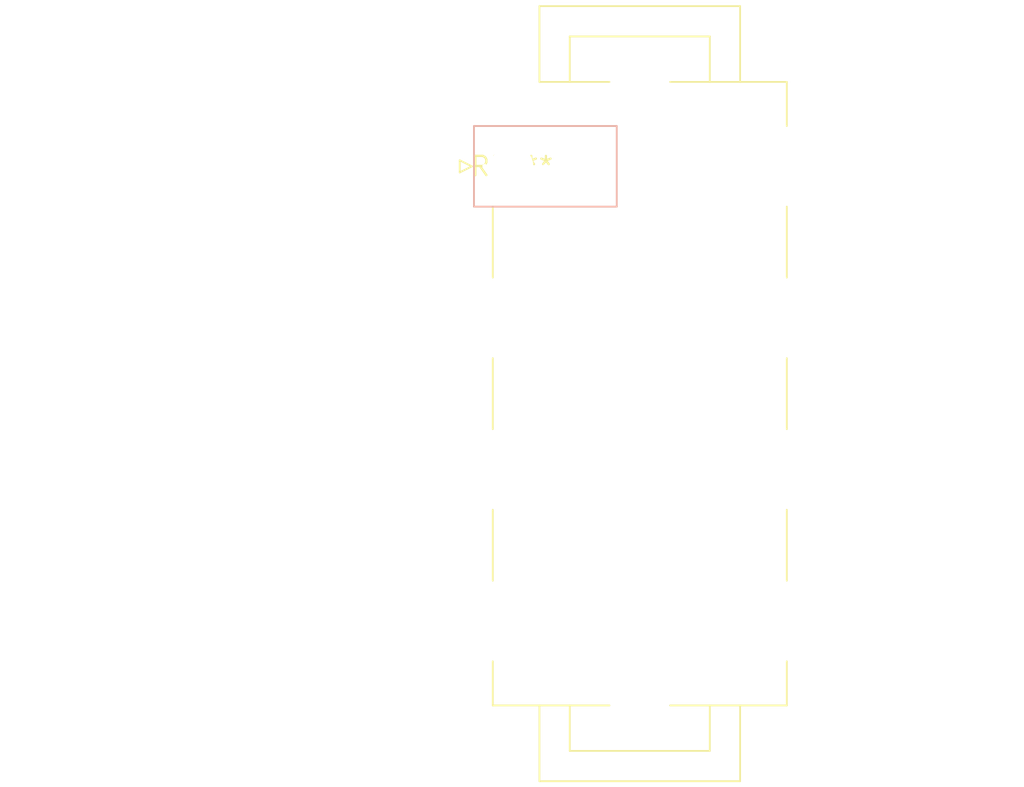
<source format=kicad_pcb>
(kicad_pcb (version 20240108) (generator pcbnew)
  (layers (0 "F.Cu" signal) (31 "B.Cu" signal) (34 "B.Paste" user) (35 "F.Paste" user) (36 "B.SilkS" user "B.Silkscreen") (37 "F.SilkS" user "F.Silkscreen") (38 "B.Mask" user) (39 "F.Mask" user) (44 "Edge.Cuts" user))
  (net 0 "")
  (footprint "Molex_Mini-Fit_Sr_43915-xx08_2x04_P10.00mm_Vertical_ThermalVias" (layer "F.Cu") (at 0 0)
    (property "Reference" "REF**")
    (property "Value" "Molex_Mini-Fit_Sr_43915-xx08_2x04_P10.00mm_Vertical_ThermalVias")
    (fp_line (start -2.51 -2.66) (end -2.51 2.66) (layer "B.SilkS") (stroke (width 0.12)))
    (fp_line (start -2.51 2.66) (end 6.91 2.66) (layer "B.SilkS") (stroke (width 0.12)))
    (fp_line (start 6.91 -2.66) (end -2.51 -2.66) (layer "B.SilkS") (stroke (width 0.12)))
    (fp_line (start 6.91 2.66) (end 6.91 -2.66) (layer "B.SilkS") (stroke (width 0.12)))
    (fp_line (start -3.45 -0.4) (end -3.45 0.4) (layer "F.SilkS") (stroke (width 0.12)))
    (fp_line (start -3.45 0.4) (end -2.65 0) (layer "F.SilkS") (stroke (width 0.12)))
    (fp_line (start -2.65 0) (end -3.45 -0.4) (layer "F.SilkS") (stroke (width 0.12)))
    (fp_line (start -1.27 2.66) (end -1.27 7.34) (layer "F.SilkS") (stroke (width 0.12)))
    (fp_line (start -1.27 12.66) (end -1.27 17.34) (layer "F.SilkS") (stroke (width 0.12)))
    (fp_line (start -1.27 22.66) (end -1.27 27.34) (layer "F.SilkS") (stroke (width 0.12)))
    (fp_line (start -1.27 32.66) (end -1.27 35.57) (layer "F.SilkS") (stroke (width 0.12)))
    (fp_line (start -1.27 35.57) (end 6.43 35.57) (layer "F.SilkS") (stroke (width 0.12)))
    (fp_line (start 1.81 -10.57) (end 15.05 -10.57) (layer "F.SilkS") (stroke (width 0.12)))
    (fp_line (start 1.81 -5.57) (end 1.81 -10.57) (layer "F.SilkS") (stroke (width 0.12)))
    (fp_line (start 1.81 35.57) (end 1.81 40.57) (layer "F.SilkS") (stroke (width 0.12)))
    (fp_line (start 1.81 40.57) (end 15.05 40.57) (layer "F.SilkS") (stroke (width 0.12)))
    (fp_line (start 3.81 -8.57) (end 13.05 -8.57) (layer "F.SilkS") (stroke (width 0.12)))
    (fp_line (start 3.81 -5.57) (end 3.81 -8.57) (layer "F.SilkS") (stroke (width 0.12)))
    (fp_line (start 3.81 35.57) (end 3.81 38.57) (layer "F.SilkS") (stroke (width 0.12)))
    (fp_line (start 3.81 38.57) (end 13.05 38.57) (layer "F.SilkS") (stroke (width 0.12)))
    (fp_line (start 6.43 -5.57) (end 1.81 -5.57) (layer "F.SilkS") (stroke (width 0.12)))
    (fp_line (start 13.05 -8.57) (end 13.05 -5.57) (layer "F.SilkS") (stroke (width 0.12)))
    (fp_line (start 13.05 38.57) (end 13.05 35.57) (layer "F.SilkS") (stroke (width 0.12)))
    (fp_line (start 15.05 -10.57) (end 15.05 -5.57) (layer "F.SilkS") (stroke (width 0.12)))
    (fp_line (start 15.05 40.57) (end 15.05 35.57) (layer "F.SilkS") (stroke (width 0.12)))
    (fp_line (start 18.13 -5.57) (end 10.43 -5.57) (layer "F.SilkS") (stroke (width 0.12)))
    (fp_line (start 18.13 -2.66) (end 18.13 -5.57) (layer "F.SilkS") (stroke (width 0.12)))
    (fp_line (start 18.13 2.66) (end 18.13 7.34) (layer "F.SilkS") (stroke (width 0.12)))
    (fp_line (start 18.13 12.66) (end 18.13 17.34) (layer "F.SilkS") (stroke (width 0.12)))
    (fp_line (start 18.13 22.66) (end 18.13 27.34) (layer "F.SilkS") (stroke (width 0.12)))
    (fp_line (start 18.13 32.66) (end 18.13 35.57) (layer "F.SilkS") (stroke (width 0.12)))
    (fp_line (start 18.13 35.57) (end 10.43 35.57) (layer "F.SilkS") (stroke (width 0.12)))
    (pad "" thru_hole circle (at 8.43 -5.705) (size 3.5 3.5) (drill 3) (layers *.Cu *.Mask) (remove_unused_layers))
    (pad "" np_thru_hole circle (at 8.43 5) (size 3 3) (drill 3) (layers *.Cu *.Mask))
    (pad "" thru_hole circle (at 8.43 35.705) (size 3.5 3.5) (drill 3) (layers *.Cu *.Mask) (remove_unused_layers))
    (pad "1" thru_hole roundrect (at -1.8 -1.95) (size 0.6 0.6) (drill 0.3) (layers *.Cu *.Mask) (remove_unused_layers))
    (pad "1" thru_hole roundrect (at -1.8 0) (size 0.6 0.6) (drill 0.3) (layers *.Cu *.Mask) (remove_unused_layers))
    (pad "1" thru_hole roundrect (at -1.8 1.95) (size 0.6 0.6) (drill 0.3) (layers *.Cu *.Mask) (remove_unused_layers))
    (pad "1" thru_hole rect (at 0 0) (size 4.5 4.8) (drill 2.8) (layers *.Cu *.Mask) (remove_unused_layers))
    (pad "1" thru_hole roundrect (at 0.2 -1.95) (size 0.6 0.6) (drill 0.3) (layers *.Cu *.Mask) (remove_unused_layers))
    (pad "1" thru_hole roundrect (at 0.2 1.95) (size 0.6 0.6) (drill 0.3) (layers *.Cu *.Mask) (remove_unused_layers))
    (pad "1" thru_hole roundrect (at 2.2 -1.95) (size 0.6 0.6) (drill 0.3) (layers *.Cu *.Mask) (remove_unused_layers))
    (pad "1" thru_hole roundrect (at 2.2 0) (size 0.6 0.6) (drill 0.3) (layers *.Cu *.Mask) (remove_unused_layers))
    (pad "1" thru_hole roundrect (at 2.2 1.95) (size 0.6 0.6) (drill 0.3) (layers *.Cu *.Mask) (remove_unused_layers))
    (pad "1" thru_hole roundrect (at 4.2 -1.95) (size 0.6 0.6) (drill 0.3) (layers *.Cu *.Mask) (remove_unused_layers))
    (pad "1" thru_hole roundrect (at 4.2 1.95) (size 0.6 0.6) (drill 0.3) (layers *.Cu *.Mask) (remove_unused_layers))
    (pad "1" thru_hole rect (at 4.4 0) (size 4.5 4.8) (drill 2.8) (layers *.Cu *.Mask) (remove_unused_layers))
    (pad "1" thru_hole roundrect (at 6.2 -1.95) (size 0.6 0.6) (drill 0.3) (layers *.Cu *.Mask) (remove_unused_layers))
    (pad "1" thru_hole roundrect (at 6.2 0) (size 0.6 0.6) (drill 0.3) (layers *.Cu *.Mask) (remove_unused_layers))
    (pad "1" thru_hole roundrect (at 6.2 1.95) (size 0.6 0.6) (drill 0.3) (layers *.Cu *.Mask) (remove_unused_layers))
    (pad "2" thru_hole circle (at -1.8 8.05) (size 0.6 0.6) (drill 0.3) (layers *.Cu *.Mask) (remove_unused_layers))
    (pad "2" thru_hole circle (at -1.8 10) (size 0.6 0.6) (drill 0.3) (layers *.Cu *.Mask) (remove_unused_layers))
    (pad "2" thru_hole circle (at -1.8 11.95) (size 0.6 0.6) (drill 0.3) (layers *.Cu *.Mask) (remove_unused_layers))
    (pad "2" thru_hole rect (at 0 10) (size 4.5 4.8) (drill 2.8) (layers *.Cu *.Mask) (remove_unused_layers))
    (pad "2" thru_hole circle (at 0.2 8.05) (size 0.6 0.6) (drill 0.3) (layers *.Cu *.Mask) (remove_unused_layers))
    (pad "2" thru_hole circle (at 0.2 11.95) (size 0.6 0.6) (drill 0.3) (layers *.Cu *.Mask) (remove_unused_layers))
    (pad "2" thru_hole circle (at 2.2 8.05) (size 0.6 0.6) (drill 0.3) (layers *.Cu *.Mask) (remove_unused_layers))
    (pad "2" thru_hole circle (at 2.2 10) (size 0.6 0.6) (drill 0.3) (layers *.Cu *.Mask) (remove_unused_layers))
    (pad "2" thru_hole circle (at 2.2 11.95) (size 0.6 0.6) (drill 0.3) (layers *.Cu *.Mask) (remove_unused_layers))
    (pad "2" thru_hole circle (at 4.2 8.05) (size 0.6 0.6) (drill 0.3) (layers *.Cu *.Mask) (remove_unused_layers))
    (pad "2" thru_hole circle (at 4.2 11.95) (size 0.6 0.6) (drill 0.3) (layers *.Cu *.Mask) (remove_unused_layers))
    (pad "2" thru_hole rect (at 4.4 10) (size 4.5 4.8) (drill 2.8) (layers *.Cu *.Mask) (remove_unused_layers))
    (pad "2" thru_hole circle (at 6.2 8.05) (size 0.6 0.6) (drill 0.3) (layers *.Cu *.Mask) (remove_unused_layers))
    (pad "2" thru_hole circle (at 6.2 10) (size 0.6 0.6) (drill 0.3) (layers *.Cu *.Mask) (remove_unused_layers))
    (pad "2" thru_hole circle (at 6.2 11.95) (size 0.6 0.6) (drill 0.3) (layers *.Cu *.Mask) (remove_unused_layers))
    (pad "3" thru_hole circle (at -1.8 18.05) (size 0.6 0.6) (drill 0.3) (layers *.Cu *.Mask) (remove_unused_layers))
    (pad "3" thru_hole circle (at -1.8 20) (size 0.6 0.6) (drill 0.3) (layers *.Cu *.Mask) (remove_unused_layers))
    (pad "3" thru_hole circle (at -1.8 21.95) (size 0.6 0.6) (drill 0.3) (layers *.Cu *.Mask) (remove_unused_layers))
    (pad "3" thru_hole rect (at 0 20) (size 4.5 4.8) (drill 2.8) (layers *.Cu *.Mask) (remove_unused_layers))
    (pad "3" thru_hole circle (at 0.2 18.05) (size 0.6 0.6) (drill 0.3) (layers *.Cu *.Mask) (remove_unused_layers))
    (pad "3" thru_hole circle (at 0.2 21.95) (size 0.6 0.6) (drill 0.3) (layers *.Cu *.Mask) (remove_unused_layers))
    (pad "3" thru_hole circle (at 2.2 18.05) (size 0.6 0.6) (drill 0.3) (layers *.Cu *.Mask) (remove_unused_layers))
    (pad "3" thru_hole circle (at 2.2 20) (size 0.6 0.6) (drill 0.3) (layers *.Cu *.Mask) (remove_unused_layers))
    (pad "3" thru_hole circle (at 2.2 21.95) (size 0.6 0.6) (drill 0.3) (layers *.Cu *.Mask) (remove_unused_layers))
    (pad "3" thru_hole circle (at 4.2 18.05) (size 0.6 0.6) (drill 0.3) (layers *.Cu *.Mask) (remove_unused_layers))
    (pad "3" thru_hole circle (at 4.2 21.95) (size 0.6 0.6) (drill 0.3) (layers *.Cu *.Mask) (remove_unused_layers))
    (pad "3" thru_hole rect (at 4.4 20) (size 4.5 4.8) (drill 2.8) (layers *.Cu *.Mask) (remove_unused_layers))
    (pad "3" thru_hole circle (at 6.2 18.05) (size 0.6 0.6) (drill 0.3) (layers *.Cu *.Mask) (remove_unused_layers))
    (pad "3" thru_hole circle (at 6.2 20) (size 0.6 0.6) (drill 0.3) (layers *.Cu *.Mask) (remove_unused_layers))
    (pad "3" thru_hole circle (at 6.2 21.95) (size 0.6 0.6) (drill 0.3) (layers *.Cu *.Mask) (remove_unused_layers))
    (pad "4" thru_hole circle (at -1.8 28.05) (size 0.6 0.6) (drill 0.3) (layers *.Cu *.Mask) (remove_unused_layers))
    (pad "4" thru_hole circle (at -1.8 30) (size 0.6 0.6) (drill 0.3) (layers *.Cu *.Mask) (remove_unused_layers))
    (pad "4" thru_hole circle (at -1.8 31.95) (size 0.6 0.6) (drill 0.3) (layers *.Cu *.Mask) (remove_unused_layers))
    (pad "4" thru_hole rect (at 0 30) (size 4.5 4.8) (drill 2.8) (layers *.Cu *.Mask) (remove_unused_layers))
    (pad "4" thru_hole circle (at 0.2 28.05) (size 0.6 0.6) (drill 0.3) (layers *.Cu *.Mask) (remove_unused_layers))
    (pad "4" thru_hole circle (at 0.2 31.95) (size 0.6 0.6) (drill 0.3) (layers *.Cu *.Mask) (remove_unused_layers))
    (pad "4" thru_hole circle (at 2.2 28.05) (size 0.6 0.6) (drill 0.3) (layers *.Cu *.Mask) (remove_unused_layers))
    (pad "4" thru_hole circle (at 2.2 30) (size 0.6 0.6) (drill 0.3) (layers *.Cu *.Mask) (remove_unused_layers))
    (pad "4" thru_hole circle (at 2.2 31.95) (size 0.6 0.6) (drill 0.3) (layers *.Cu *.Mask) (remove_unused_layers))
    (pad "4" thru_hole circle (at 4.2 28.05) (size 0.6 0.6) (drill 0.3) (layers *.Cu *.Mask) (remove_unused_layers))
    (pad "4" thru_hole circle (at 4.2 31.95) (size 0.6 0.6) (drill 0.3) (layers *.Cu *.Mask) (remove_unused_layers))
    (pad "4" thru_hole rect (at 4.4 30) (size 4.5 4.8) (drill 2.8) (layers *.Cu *.Mask) (remove_unused_layers))
    (pad "4" thru_hole circle (at 6.2 28.05) (size 0.6 0.6) (drill 0.3) (layers *.Cu *.Mask) (remove_unused_layers))
    (pad "4" thru_hole circle (at 6.2 30) (size 0.6 0.6) (drill 0.3) (layers *.Cu *.Mask) (remove_unused_layers))
    (pad "4" thru_hole circle (at 6.2 31.95) (size 0.6 0.6) (drill 0.3) (layers *.Cu *.Mask) (remove_unused_layers))
    (pad "5" thru_hole circle (at 10.66 -1.95) (size 0.6 0.6) (drill 0.3) (layers *.Cu *.Mask) (remove_unused_layers))
    (pad "5" thru_hole circle (at 10.66 0) (size 0.6 0.6) (drill 0.3) (layers *.Cu *.Mask) (remove_unused_layers))
    (pad "5" thru_hole circle (at 10.66 1.95) (size 0.6 0.6) (drill 0.3) (layers *.Cu *.Mask) (remove_unused_layers))
    (pad "5" thru_hole rect (at 12.46 0) (size 4.5 4.8) (drill 2.8) (layers *.Cu *.Mask) (remove_unused_layers))
    (pad "5" thru_hole circle (at 12.66 -1.95) (size 0.6 0.6) (drill 0.3) (layers *.Cu *.Mask) (remove_unused_layers))
    (pad "5" thru_hole circle (at 12.66 1.95) (size 0.6 0.6) (drill 0.3) (layers *.Cu *.Mask) (remove_unused_layers))
    (pad "5" thru_hole circle (at 14.66 -1.95) (size 0.6 0.6) (drill 0.3) (layers *.Cu *.Mask) (remove_unused_layers))
    (pad "5" thru_hole circle (at 14.66 0) (size 0.6 0.6) (drill 0.3) (layers *.Cu *.Mask) (remove_unused_layers))
    (pad "5" thru_hole circle (at 14.66 1.95) (size 0.6 0.6) (drill 0.3) (layers *.Cu *.Mask) (remove_unused_layers))
    (pad "5" thru_hole circle (at 16.66 -1.95) (size 0.6 0.6) (drill 0.3) (layers *.Cu *.Mask) (remove_unused_layers))
    (pad "5" thru_hole circle (at 16.66 1.95) (size 0.6 0.6) (drill 0.3) (layers *.Cu *.Mask) (remove_unused_layers))
    (pad "5" thru_hole rect (at 16.86 0) (size 4.5 4.8) (drill 2.8) (layers *.Cu *.Mask) (remove_unused_layers))
    (pad "5" thru_hole circle (at 18.66 -1.95) (size 0.6 0.6) (drill 0.3) (layers *.Cu *.Mask) (remove_unused_layers))
    (pad "5" thru_hole circle (at 18.66 0) (size 0.6 0.6) (drill 0.3) (layers *.Cu *.Mask) (remove_unused_layers))
    (pad "5" thru_hole circle (at 18.66 1.95) (size 0.6 0.6) (drill 0.3) (layers *.Cu *.Mask) (remove_unused_layers))
    (pad "6" thru_hole circle (at 10.66 8.05) (size 0.6 0.6) (drill 0.3) (layers *.Cu *.Mask) (remove_unused_layers))
    (pad "6" thru_hole circle (at 10.66 10) (size 0.6 0.6) (drill 0.3) (layers *.Cu *.Mask) (remove_unused_layers))
    (pad "6" thru_hole circle (at 10.66 11.95) (size 0.6 0.6) (drill 0.3) (layers *.Cu *.Mask) (remove_unused_layers))
    (pad "6" thru_hole rect (at 12.46 10) (size 4.5 4.8) (drill 2.8) (layers *.Cu *.Mask) (remove_unused_layers))
    (pad "6" thru_hole circle (at 12.66 8.05) (size 0.6 0.6) (drill 0.3) (layers *.Cu *.Mask) (remove_unused_layers))
    (pad "6" thru_hole circle (at 12.66 11.95) (size 0.6 0.6) (drill 0.3) (layers *.Cu *.Mask) (remove_unused_layers))
    (pad "6" thru_hole circle (at 14.66 8.05) (size 0.6 0.6) (drill 0.3) (layers *.Cu *.Mask) (remove_unused_layers))
    (pad "6" thru_hole circle (at 14.66 10) (size 0.6 0.6) (drill 0.3) (layers *.Cu *.Mask) (remove_unused_layers))
    (pad "6" thru_hole circle (at 14.66 11.95) (size 0.6 0.6) (drill 0.3) (layers *.Cu *.Mask) (remove_unused_layers))
    (pad "6" thru_hole circle (at 16.66 8.05) (size 0.6 0.6) (drill 0.3) (layers *.Cu *.Mask) (remove_unused_layers))
    (pad "6" thru_hole circle (at 16.66 11.95) (size 0.6 0.6) (drill 0.3) (layers *.Cu *.Mask) (remove_unused_layers))
    (pad "6" thru_hole rect (at 16.86 10) (size 4.5 4.8) (drill 2.8) (layers *.Cu *.Mask) (remove_unused_layers))
    (pad "6" thru_hole circle (at 18.66 8.05) (size 0.6 0.6) (drill 0.3) (layers *.Cu *.Mask) (remove_unused_layers))
    (pad "6" thru_hole circle (at 18.66 10) (size 0.6 0.6) (drill 0.3) (layers *.Cu *.Mask) (remove_unused_layers))
    (pad "6" thru_hole circle (at 18.66 11.95) (size 0.6 0.6) (drill 0.3) (layers *.Cu *.Mask) (remove_unused_layers))
    (pad "7" thru_hole circle (at 10.66 18.05) (size 0.6 0.6) (drill 0.3) (layers *.Cu *.Mask) (remove_unused_layers))
    (pad "7" thru_hole circle (at 10.66 20) (size 0.6 0.6) (drill 0.3) (layers *.Cu *.Mask) (remove_unused_layers))
    (pad "7" thru_hole circle (at 10.66 21.95) (size 0.6 0.6) (drill 0.3) (layers *.Cu *.Mask) (remove_unused_layers))
    (pad "7" thru_hole rect (at 12.46 20) (size 4.5 4.8) (drill 2.8) (layers *.Cu *.Mask) (remove_unused_layers))
    (pad "7" thru_hole circle (at 12.66 18.05) (size 0.6 0.6) (drill 0.3) (layers *.Cu *.Mask) (remove_unused_layers))
    (pad "7" thru_hole circle (at 12.66 21.95) (size 0.6 0.6) (drill 0.3) (layers *.Cu *.Mask) (remove_unused_layers))
    (pad "7" thru_hole circle (at 14.66 18.05) (size 0.6 0.6) (drill 0.3) (layers *.Cu *.Mask) (remove_unused_layers))
    (pad "7" thru_hole circle (at 14.66 20) (size 0.6 0.6) (drill 0.3) (layers *.Cu *.Mask) (remove_unused_layers))
    (pad "7" thru_hole circle (at 14.66 21.95) (size 0.6 0.6) (drill 0.3) (layers *.Cu *.Mask) (remove_unused_layers))
    (pad "7" thru_hole circle (at 16.66 18.05) (size 0.6 0.6) (drill 0.3) (layers *.Cu *.Mask) (remove_unused_layers))
    (pad "7" thru_hole circle (at 16.66 21.95) (size 0.6 0.6) (drill 0.3) (layers *.Cu *.Mask) (remove_unused_layers))
    (pad "7" thru_hole rect (at 16.86 20) (size 4.5 4.8) (drill 2.8) (layers *.Cu *.Mask) (remove_unused_layers))
    (pad "7" thru_hole circle (at 18.66 18.05) (size 0.6 0.6) (drill 0.3) (layers *.Cu *.Mask) (remove_unused_layers))
    (pad "7" thru_hole circle (at 18.66 20) (size 0.6 0.6) (drill 0.3) (layers *.Cu *.Mask) (remove_unused_layers))
    (pad "7" thru_hole circle (at 18.66 21.95) (size 0.6 0.6) (drill 0.3) (layers *.Cu *.Mask) (remove_unused_layers))
    (pad "8" thru_hole circle (at 10.66 28.05) (size 0.6 0.6) (drill 0.3) (layers *.Cu *.Mask) (remove_unused_layers))
    (pad "8" thru_hole circle (at 10.66 30) (size 0.6 0.6) (drill 0.3) (layers *.Cu *.Mask) (remove_unused_layers))
    (pad "8" thru_hole circle (at 10.66 31.95) (size 0.6 0.6) (drill 0.3) (layers *.Cu *.Mask) (remove_unused_layers))
    (pad "8" thru_hole rect (at 12.46 30) (size 4.5 4.8) (drill 2.8) (layers *.Cu *.Mask) (remove_unused_layers))
    (pad "8" thru_hole circle (at 12.66 28.05) (size 0.6 0.6) (drill 0.3) (layers *.Cu *.Mask) (remove_unused_layers))
    (pad "8" thru_hole circle (at 12.66 31.95) (size 0.6 0.6) (drill 0.3) (layers *.Cu *.Mask) (remove_unused_layers))
    (pad "8" thru_hole circle (at 14.66 28.05) (size 0.6 0.6) (drill 0.3) (layers *.Cu *.Mask) (remove_unused_layers))
    (pad "8" thru_hole circle (at 14.66 30) (size 0.6 0.6) (drill 0.3) (layers *.Cu *.Mask) (remove_unused_layers))
    (pad "8" thru_hole circle (at 14.66 31.95) (size 0.6 0.6) (drill 0.3) (layers *.Cu *.Mask) (remove_unused_layers))
    (pad "8" thru_hole circle (at 16.66 28.05) (size 0.6 0.6) (drill 0.3) (layers *.Cu *.Mask) (remove_unused_layers))
    (pad "8" thru_hole circle (at 16.66 31.95) (size 0.6 0.6) (drill 0.3) (layers *.Cu *.Mask) (remove_unused_layers))
    (pad "8" thru_hole rect (at 16.86 30) (size 4.5 4.8) (drill 2.8) (layers *.Cu *.Mask) (remove_unused_layers))
    (pad "8" thru_hole circle (at 18.66 28.05) (size 0.6 0.6) (drill 0.3) (layers *.Cu *.Mask) (remove_unused_layers))
    (pad "8" thru_hole circle (at 18.66 30) (size 0.6 0.6) (drill 0.3) (layers *.Cu *.Mask) (remove_unused_layers))
    (pad "8" thru_hole circle (at 18.66 31.95) (size 0.6 0.6) (drill 0.3) (layers *.Cu *.Mask) (remove_unused_layers))
  )
)
</source>
